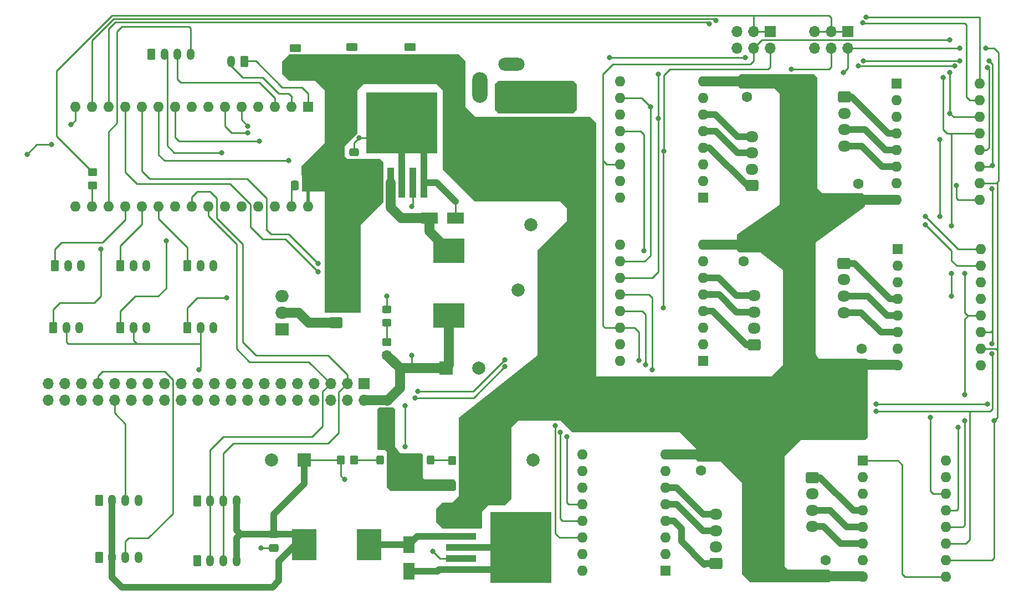
<source format=gbr>
%TF.GenerationSoftware,KiCad,Pcbnew,(6.0.7)*%
%TF.CreationDate,2023-04-18T19:04:57+08:00*%
%TF.ProjectId,stepper_with_DRV8825_controller_board_V3,73746570-7065-4725-9f77-6974685f4452,rev?*%
%TF.SameCoordinates,PX4a62f80PY848f8c0*%
%TF.FileFunction,Copper,L1,Top*%
%TF.FilePolarity,Positive*%
%FSLAX46Y46*%
G04 Gerber Fmt 4.6, Leading zero omitted, Abs format (unit mm)*
G04 Created by KiCad (PCBNEW (6.0.7)) date 2023-04-18 19:04:57*
%MOMM*%
%LPD*%
G01*
G04 APERTURE LIST*
G04 Aperture macros list*
%AMRoundRect*
0 Rectangle with rounded corners*
0 $1 Rounding radius*
0 $2 $3 $4 $5 $6 $7 $8 $9 X,Y pos of 4 corners*
0 Add a 4 corners polygon primitive as box body*
4,1,4,$2,$3,$4,$5,$6,$7,$8,$9,$2,$3,0*
0 Add four circle primitives for the rounded corners*
1,1,$1+$1,$2,$3*
1,1,$1+$1,$4,$5*
1,1,$1+$1,$6,$7*
1,1,$1+$1,$8,$9*
0 Add four rect primitives between the rounded corners*
20,1,$1+$1,$2,$3,$4,$5,0*
20,1,$1+$1,$4,$5,$6,$7,0*
20,1,$1+$1,$6,$7,$8,$9,0*
20,1,$1+$1,$8,$9,$2,$3,0*%
G04 Aperture macros list end*
%TA.AperFunction,SMDPad,CuDef*%
%ADD10RoundRect,0.250000X0.337500X0.475000X-0.337500X0.475000X-0.337500X-0.475000X0.337500X-0.475000X0*%
%TD*%
%TA.AperFunction,SMDPad,CuDef*%
%ADD11R,2.500000X1.800000*%
%TD*%
%TA.AperFunction,ComponentPad*%
%ADD12R,1.600000X1.600000*%
%TD*%
%TA.AperFunction,ComponentPad*%
%ADD13C,1.600000*%
%TD*%
%TA.AperFunction,ComponentPad*%
%ADD14R,2.000000X2.000000*%
%TD*%
%TA.AperFunction,ComponentPad*%
%ADD15C,2.000000*%
%TD*%
%TA.AperFunction,ComponentPad*%
%ADD16C,1.590000*%
%TD*%
%TA.AperFunction,SMDPad,CuDef*%
%ADD17RoundRect,0.250000X-0.450000X0.350000X-0.450000X-0.350000X0.450000X-0.350000X0.450000X0.350000X0*%
%TD*%
%TA.AperFunction,ComponentPad*%
%ADD18RoundRect,0.250000X-0.350000X-0.625000X0.350000X-0.625000X0.350000X0.625000X-0.350000X0.625000X0*%
%TD*%
%TA.AperFunction,ComponentPad*%
%ADD19O,1.200000X1.750000*%
%TD*%
%TA.AperFunction,SMDPad,CuDef*%
%ADD20RoundRect,0.250000X-0.450000X0.325000X-0.450000X-0.325000X0.450000X-0.325000X0.450000X0.325000X0*%
%TD*%
%TA.AperFunction,ComponentPad*%
%ADD21RoundRect,0.250000X-0.625000X0.350000X-0.625000X-0.350000X0.625000X-0.350000X0.625000X0.350000X0*%
%TD*%
%TA.AperFunction,ComponentPad*%
%ADD22O,1.750000X1.200000*%
%TD*%
%TA.AperFunction,ComponentPad*%
%ADD23O,1.600000X1.600000*%
%TD*%
%TA.AperFunction,ComponentPad*%
%ADD24O,4.000000X2.000000*%
%TD*%
%TA.AperFunction,ComponentPad*%
%ADD25O,2.350000X4.700000*%
%TD*%
%TA.AperFunction,ComponentPad*%
%ADD26RoundRect,0.250000X0.725000X-0.600000X0.725000X0.600000X-0.725000X0.600000X-0.725000X-0.600000X0*%
%TD*%
%TA.AperFunction,ComponentPad*%
%ADD27O,1.950000X1.700000*%
%TD*%
%TA.AperFunction,ComponentPad*%
%ADD28RoundRect,0.250000X0.750000X-0.600000X0.750000X0.600000X-0.750000X0.600000X-0.750000X-0.600000X0*%
%TD*%
%TA.AperFunction,ComponentPad*%
%ADD29O,2.000000X1.700000*%
%TD*%
%TA.AperFunction,SMDPad,CuDef*%
%ADD30R,3.800000X4.800000*%
%TD*%
%TA.AperFunction,SMDPad,CuDef*%
%ADD31RoundRect,0.250000X0.450000X-0.350000X0.450000X0.350000X-0.450000X0.350000X-0.450000X-0.350000X0*%
%TD*%
%TA.AperFunction,SMDPad,CuDef*%
%ADD32RoundRect,0.250000X-0.350000X-0.450000X0.350000X-0.450000X0.350000X0.450000X-0.350000X0.450000X0*%
%TD*%
%TA.AperFunction,SMDPad,CuDef*%
%ADD33RoundRect,0.250000X-0.475000X0.337500X-0.475000X-0.337500X0.475000X-0.337500X0.475000X0.337500X0*%
%TD*%
%TA.AperFunction,ComponentPad*%
%ADD34R,1.700000X1.700000*%
%TD*%
%TA.AperFunction,ComponentPad*%
%ADD35O,1.700000X1.700000*%
%TD*%
%TA.AperFunction,SMDPad,CuDef*%
%ADD36R,4.600000X1.100000*%
%TD*%
%TA.AperFunction,SMDPad,CuDef*%
%ADD37R,9.400000X10.800000*%
%TD*%
%TA.AperFunction,ComponentPad*%
%ADD38RoundRect,0.250000X-0.725000X0.600000X-0.725000X-0.600000X0.725000X-0.600000X0.725000X0.600000X0*%
%TD*%
%TA.AperFunction,SMDPad,CuDef*%
%ADD39RoundRect,0.250000X0.475000X-0.337500X0.475000X0.337500X-0.475000X0.337500X-0.475000X-0.337500X0*%
%TD*%
%TA.AperFunction,SMDPad,CuDef*%
%ADD40RoundRect,0.250000X0.350000X0.450000X-0.350000X0.450000X-0.350000X-0.450000X0.350000X-0.450000X0*%
%TD*%
%TA.AperFunction,SMDPad,CuDef*%
%ADD41R,4.800000X3.800000*%
%TD*%
%TA.AperFunction,SMDPad,CuDef*%
%ADD42RoundRect,0.250000X-0.325000X-0.450000X0.325000X-0.450000X0.325000X0.450000X-0.325000X0.450000X0*%
%TD*%
%TA.AperFunction,SMDPad,CuDef*%
%ADD43R,1.100000X4.600000*%
%TD*%
%TA.AperFunction,SMDPad,CuDef*%
%ADD44R,10.800000X9.400000*%
%TD*%
%TA.AperFunction,ComponentPad*%
%ADD45R,2.000000X1.905000*%
%TD*%
%TA.AperFunction,ComponentPad*%
%ADD46O,2.000000X1.905000*%
%TD*%
%TA.AperFunction,ComponentPad*%
%ADD47RoundRect,0.250000X0.350000X0.625000X-0.350000X0.625000X-0.350000X-0.625000X0.350000X-0.625000X0*%
%TD*%
%TA.AperFunction,SMDPad,CuDef*%
%ADD48R,1.800000X2.500000*%
%TD*%
%TA.AperFunction,SMDPad,CuDef*%
%ADD49RoundRect,0.250000X0.325000X0.450000X-0.325000X0.450000X-0.325000X-0.450000X0.325000X-0.450000X0*%
%TD*%
%TA.AperFunction,ViaPad*%
%ADD50C,0.800000*%
%TD*%
%TA.AperFunction,Conductor*%
%ADD51C,0.254000*%
%TD*%
%TA.AperFunction,Conductor*%
%ADD52C,1.000000*%
%TD*%
%TA.AperFunction,Conductor*%
%ADD53C,1.500000*%
%TD*%
%TA.AperFunction,Conductor*%
%ADD54C,0.500000*%
%TD*%
G04 APERTURE END LIST*
D10*
%TO.P,C10,1*%
%TO.N,/P30*%
X44000000Y63000000D03*
%TO.P,C10,2*%
%TO.N,GND*%
X41925000Y63000000D03*
%TD*%
D11*
%TO.P,D2,1,K*%
%TO.N,Net-(D2-Pad1)*%
X62500000Y58000000D03*
%TO.P,D2,2,A*%
%TO.N,GND*%
X66500000Y58000000D03*
%TD*%
D12*
%TO.P,C15,1*%
%TO.N,/P30*%
X128500000Y35534887D03*
D13*
%TO.P,C15,2*%
%TO.N,GND*%
X128500000Y38034887D03*
%TD*%
D14*
%TO.P,C6,1*%
%TO.N,/5V_pi*%
X65000000Y35000000D03*
D15*
%TO.P,C6,2*%
%TO.N,GND*%
X70000000Y35000000D03*
%TD*%
D16*
%TO.P,F1,1*%
%TO.N,Net-(F1-Pad1)*%
X83700000Y77550000D03*
%TO.P,F1,2*%
%TO.N,/P30*%
X82300000Y72450000D03*
%TD*%
D17*
%TO.P,R4,1*%
%TO.N,/P17*%
X11000000Y65000000D03*
%TO.P,R4,2*%
%TO.N,Net-(A1-Pad17)*%
X11000000Y63000000D03*
%TD*%
D18*
%TO.P,J18,1,Pin_1*%
%TO.N,/P20*%
X15250000Y50700000D03*
D19*
%TO.P,J18,2,Pin_2*%
%TO.N,GND*%
X17250000Y50700000D03*
%TO.P,J18,3,Pin_3*%
%TO.N,/P18*%
X19250000Y50700000D03*
%TD*%
D20*
%TO.P,D5,1,K*%
%TO.N,GND*%
X56000000Y44025000D03*
%TO.P,D5,2,A*%
%TO.N,Net-(D5-Pad2)*%
X56000000Y41975000D03*
%TD*%
D12*
%TO.P,C12,1*%
%TO.N,/P30*%
X110500000Y53855112D03*
D13*
%TO.P,C12,2*%
%TO.N,GND*%
X110500000Y51355112D03*
%TD*%
D21*
%TO.P,J2,1,Pin_1*%
%TO.N,GND*%
X42000000Y84000000D03*
D22*
%TO.P,J2,2,Pin_2*%
%TO.N,/P30*%
X42000000Y82000000D03*
%TD*%
D14*
%TO.P,C7,1*%
%TO.N,/5V_others*%
X43367677Y21000000D03*
D15*
%TO.P,C7,2*%
%TO.N,GND*%
X38367677Y21000000D03*
%TD*%
D23*
%TO.P,A1,30,VIN*%
%TO.N,/P30*%
X43940000Y59760000D03*
%TO.P,A1,29,GND*%
%TO.N,GND*%
X41400000Y59760000D03*
%TO.P,A1,28,~{RESET}*%
%TO.N,unconnected-(A1-Pad28)*%
X38860000Y59760000D03*
%TO.P,A1,27,+5V*%
%TO.N,/P27*%
X36320000Y59760000D03*
%TO.P,A1,26,A7*%
%TO.N,/P26*%
X33780000Y59760000D03*
%TO.P,A1,25,A6*%
%TO.N,/P25*%
X31240000Y59760000D03*
%TO.P,A1,24,A5*%
%TO.N,/P24*%
X28700000Y59760000D03*
%TO.P,A1,23,A4*%
%TO.N,/P23*%
X26160000Y59760000D03*
%TO.P,A1,22,A3*%
%TO.N,/P22*%
X23620000Y59760000D03*
%TO.P,A1,21,A2*%
%TO.N,/P21*%
X21080000Y59760000D03*
%TO.P,A1,20,A1*%
%TO.N,/P20*%
X18540000Y59760000D03*
%TO.P,A1,19,A0*%
%TO.N,/P19*%
X16000000Y59760000D03*
%TO.P,A1,18,AREF*%
%TO.N,/P18*%
X13460000Y59760000D03*
%TO.P,A1,17,3V3*%
%TO.N,Net-(A1-Pad17)*%
X10920000Y59760000D03*
%TO.P,A1,16,D13*%
%TO.N,/P16*%
X8380000Y59760000D03*
%TO.P,A1,15,D12*%
%TO.N,/P15*%
X8380000Y75000000D03*
%TO.P,A1,14,D11*%
%TO.N,/P14*%
X10920000Y75000000D03*
%TO.P,A1,13,D10*%
%TO.N,/P13*%
X13460000Y75000000D03*
%TO.P,A1,12,D9*%
%TO.N,/P12*%
X16000000Y75000000D03*
%TO.P,A1,11,D8*%
%TO.N,/P11*%
X18540000Y75000000D03*
%TO.P,A1,10,D7*%
%TO.N,/P10*%
X21080000Y75000000D03*
%TO.P,A1,9,D6*%
%TO.N,/P9*%
X23620000Y75000000D03*
%TO.P,A1,8,D5*%
%TO.N,/P8*%
X26160000Y75000000D03*
%TO.P,A1,7,D4*%
%TO.N,/P7*%
X28700000Y75000000D03*
%TO.P,A1,6,D3*%
%TO.N,/P6*%
X31240000Y75000000D03*
%TO.P,A1,5,D2*%
%TO.N,/P5*%
X33780000Y75000000D03*
%TO.P,A1,4,GND*%
%TO.N,GND*%
X36320000Y75000000D03*
%TO.P,A1,3,~{RESET}*%
%TO.N,/P3*%
X38860000Y75000000D03*
%TO.P,A1,2,D0/RX*%
%TO.N,/P2*%
X41400000Y75000000D03*
D12*
%TO.P,A1,1,D1/TX*%
%TO.N,/P1*%
X43940000Y75000000D03*
%TD*%
%TO.P,A7,1,GND*%
%TO.N,GND*%
X128660000Y20890000D03*
D23*
%TO.P,A7,2,~{FLT}*%
%TO.N,unconnected-(A7-Pad2)*%
X128660000Y18350000D03*
%TO.P,A7,3,A2*%
%TO.N,/M62*%
X128660000Y15810000D03*
%TO.P,A7,4,A1*%
%TO.N,/M61*%
X128660000Y13270000D03*
%TO.P,A7,5,B1*%
%TO.N,/M63*%
X128660000Y10730000D03*
%TO.P,A7,6,B2*%
%TO.N,/M64*%
X128660000Y8190000D03*
%TO.P,A7,7,GND*%
%TO.N,GND*%
X128660000Y5650000D03*
%TO.P,A7,8,VMOT*%
%TO.N,/P30*%
X128660000Y3110000D03*
%TO.P,A7,9,~{EN}*%
%TO.N,GND*%
X141360000Y3110000D03*
%TO.P,A7,10,M0*%
%TO.N,/MC0*%
X141360000Y5650000D03*
%TO.P,A7,11,M1*%
%TO.N,/MC1*%
X141360000Y8190000D03*
%TO.P,A7,12,M2*%
%TO.N,/MC2*%
X141360000Y10730000D03*
%TO.P,A7,13,~{RST}*%
%TO.N,/MC_RST*%
X141360000Y13270000D03*
%TO.P,A7,14,~{SLP}*%
%TO.N,/MC_SLP*%
X141360000Y15810000D03*
%TO.P,A7,15,STEP*%
%TO.N,/P15*%
X141360000Y18350000D03*
%TO.P,A7,16,DIR*%
%TO.N,/P16*%
X141360000Y20890000D03*
%TD*%
D24*
%TO.P,J1,1*%
%TO.N,Net-(F1-Pad1)*%
X75000000Y75500000D03*
D25*
%TO.P,J1,2*%
%TO.N,GND*%
X70200000Y78000000D03*
D24*
%TO.P,J1,3*%
X75000000Y81500000D03*
%TD*%
D12*
%TO.P,C13,1*%
%TO.N,/P30*%
X104000000Y21850000D03*
D13*
%TO.P,C13,2*%
%TO.N,GND*%
X104000000Y19350000D03*
%TD*%
D18*
%TO.P,J13,1,Pin_1*%
%TO.N,GND*%
X12000000Y6100000D03*
D19*
%TO.P,J13,2,Pin_2*%
%TO.N,/5V_others*%
X14000000Y6100000D03*
%TO.P,J13,3,Pin_3*%
%TO.N,/P33*%
X16000000Y6100000D03*
%TO.P,J13,4,Pin_4*%
%TO.N,unconnected-(J13-Pad4)*%
X18000000Y6100000D03*
%TD*%
D18*
%TO.P,J6,1,Pin_1*%
%TO.N,GND*%
X27000000Y5550000D03*
D19*
%TO.P,J6,2,Pin_2*%
%TO.N,/P24*%
X29000000Y5550000D03*
%TO.P,J6,3,Pin_3*%
%TO.N,/P23*%
X31000000Y5550000D03*
%TO.P,J6,4,Pin_4*%
%TO.N,/5V_others*%
X33000000Y5550000D03*
%TD*%
D26*
%TO.P,J15,1,Pin_1*%
%TO.N,/M11*%
X111775000Y62950000D03*
D27*
%TO.P,J15,2,Pin_2*%
%TO.N,/M12*%
X111775000Y65450000D03*
%TO.P,J15,3,Pin_3*%
%TO.N,/M13*%
X111775000Y67950000D03*
%TO.P,J15,4,Pin_4*%
%TO.N,/M14*%
X111775000Y70450000D03*
%TD*%
D12*
%TO.P,C14,1*%
%TO.N,/P30*%
X128000000Y60734887D03*
D13*
%TO.P,C14,2*%
%TO.N,GND*%
X128000000Y63234887D03*
%TD*%
D28*
%TO.P,J11,1,Pin_1*%
%TO.N,Net-(J11-Pad1)*%
X48185000Y42005000D03*
D29*
%TO.P,J11,2,Pin_2*%
%TO.N,/P30*%
X48185000Y44505000D03*
%TD*%
D30*
%TO.P,L2,1*%
%TO.N,Net-(D3-Pad1)*%
X53280177Y8000000D03*
%TO.P,L2,2*%
%TO.N,/5V_others*%
X43380177Y8000000D03*
%TD*%
D14*
%TO.P,C1,1*%
%TO.N,/P30*%
X81000000Y47000000D03*
D15*
%TO.P,C1,2*%
%TO.N,GND*%
X76000000Y47000000D03*
%TD*%
D18*
%TO.P,J8,1,Pin_1*%
%TO.N,GND*%
X20000000Y83000000D03*
D19*
%TO.P,J8,2,Pin_2*%
%TO.N,/P27*%
X22000000Y83000000D03*
%TO.P,J8,3,Pin_3*%
%TO.N,/P3*%
X24000000Y83000000D03*
%TO.P,J8,4,Pin_4*%
%TO.N,/P18*%
X26000000Y83000000D03*
%TD*%
D14*
%TO.P,C5,1*%
%TO.N,/P30*%
X78000000Y62000000D03*
D15*
%TO.P,C5,2*%
%TO.N,GND*%
X78000000Y57000000D03*
%TD*%
D12*
%TO.P,A3,1,GND*%
%TO.N,GND*%
X104340000Y36110000D03*
D23*
%TO.P,A3,2,~{FLT}*%
%TO.N,unconnected-(A3-Pad2)*%
X104340000Y38650000D03*
%TO.P,A3,3,A2*%
%TO.N,/M42*%
X104340000Y41190000D03*
%TO.P,A3,4,A1*%
%TO.N,/M41*%
X104340000Y43730000D03*
%TO.P,A3,5,B1*%
%TO.N,/M43*%
X104340000Y46270000D03*
%TO.P,A3,6,B2*%
%TO.N,/M44*%
X104340000Y48810000D03*
%TO.P,A3,7,GND*%
%TO.N,GND*%
X104340000Y51350000D03*
%TO.P,A3,8,VMOT*%
%TO.N,/P30*%
X104340000Y53890000D03*
%TO.P,A3,9,~{EN}*%
%TO.N,GND*%
X91640000Y53890000D03*
%TO.P,A3,10,M0*%
%TO.N,/MC0*%
X91640000Y51350000D03*
%TO.P,A3,11,M1*%
%TO.N,/MC1*%
X91640000Y48810000D03*
%TO.P,A3,12,M2*%
%TO.N,/MC2*%
X91640000Y46270000D03*
%TO.P,A3,13,~{RST}*%
%TO.N,/MC_RST*%
X91640000Y43730000D03*
%TO.P,A3,14,~{SLP}*%
%TO.N,/MC_SLP*%
X91640000Y41190000D03*
%TO.P,A3,15,STEP*%
%TO.N,/P11*%
X91640000Y38650000D03*
%TO.P,A3,16,DIR*%
%TO.N,/P12*%
X91640000Y36110000D03*
%TD*%
D31*
%TO.P,R3,1*%
%TO.N,/5V_pi*%
X56000000Y37000000D03*
%TO.P,R3,2*%
%TO.N,Net-(D5-Pad2)*%
X56000000Y39000000D03*
%TD*%
D32*
%TO.P,R2,1*%
%TO.N,/5V_others*%
X48955177Y21000000D03*
%TO.P,R2,2*%
%TO.N,Net-(D4-Pad2)*%
X50955177Y21000000D03*
%TD*%
D33*
%TO.P,C8,1*%
%TO.N,/5V_pi*%
X56055000Y30075000D03*
%TO.P,C8,2*%
%TO.N,GND*%
X56055000Y28000000D03*
%TD*%
D18*
%TO.P,J19,1,Pin_1*%
%TO.N,/P21*%
X25500000Y50700000D03*
D19*
%TO.P,J19,2,Pin_2*%
%TO.N,GND*%
X27500000Y50700000D03*
%TO.P,J19,3,Pin_3*%
%TO.N,/P18*%
X29500000Y50700000D03*
%TD*%
D34*
%TO.P,J10,1,Pin_1*%
%TO.N,/P17*%
X114580000Y86500000D03*
D35*
%TO.P,J10,2,Pin_2*%
%TO.N,/MC_RST*%
X114580000Y83960000D03*
%TO.P,J10,3,Pin_3*%
%TO.N,/P17*%
X112040000Y86500000D03*
%TO.P,J10,4,Pin_4*%
%TO.N,/MC_SLP*%
X112040000Y83960000D03*
%TO.P,J10,5,Pin_5*%
%TO.N,GND*%
X109500000Y86500000D03*
%TO.P,J10,6,Pin_6*%
X109500000Y83960000D03*
%TD*%
D36*
%TO.P,U2,1,VIN*%
%TO.N,/P30*%
X67330177Y11000000D03*
%TO.P,U2,2,OUT*%
%TO.N,Net-(D3-Pad1)*%
X67330177Y9300000D03*
D37*
%TO.P,U2,3,GND*%
%TO.N,GND*%
X76480177Y7600000D03*
D36*
X67330177Y7600000D03*
%TO.P,U2,4,FB*%
%TO.N,/5V_others*%
X67330177Y5900000D03*
%TO.P,U2,5,~{ON}/OFF*%
%TO.N,GND*%
X67330177Y4200000D03*
%TD*%
D18*
%TO.P,J5,1,Pin_1*%
%TO.N,GND*%
X27000000Y14750000D03*
D19*
%TO.P,J5,2,Pin_2*%
%TO.N,/P24*%
X29000000Y14750000D03*
%TO.P,J5,3,Pin_3*%
%TO.N,/P23*%
X31000000Y14750000D03*
%TO.P,J5,4,Pin_4*%
%TO.N,/5V_others*%
X33000000Y14750000D03*
%TD*%
D38*
%TO.P,J21,1,Pin_1*%
%TO.N,/M51*%
X125915000Y76490000D03*
D27*
%TO.P,J21,2,Pin_2*%
%TO.N,/M52*%
X125915000Y73990000D03*
%TO.P,J21,3,Pin_3*%
%TO.N,/M53*%
X125915000Y71490000D03*
%TO.P,J21,4,Pin_4*%
%TO.N,/M54*%
X125915000Y68990000D03*
%TD*%
D39*
%TO.P,C3,1*%
%TO.N,/P30*%
X51000000Y65962500D03*
%TO.P,C3,2*%
%TO.N,GND*%
X51000000Y68037500D03*
%TD*%
D40*
%TO.P,R1,1*%
%TO.N,/P30*%
X68000000Y20900000D03*
%TO.P,R1,2*%
%TO.N,Net-(D1-Pad2)*%
X66000000Y20900000D03*
%TD*%
D38*
%TO.P,J25,1,Pin_1*%
%TO.N,/M31*%
X125790000Y51040000D03*
D27*
%TO.P,J25,2,Pin_2*%
%TO.N,/M32*%
X125790000Y48540000D03*
%TO.P,J25,3,Pin_3*%
%TO.N,/M33*%
X125790000Y46040000D03*
%TO.P,J25,4,Pin_4*%
%TO.N,/M34*%
X125790000Y43540000D03*
%TD*%
D41*
%TO.P,L1,1*%
%TO.N,Net-(D2-Pad1)*%
X65480177Y52950000D03*
%TO.P,L1,2*%
%TO.N,/5V_pi*%
X65480177Y43050000D03*
%TD*%
D38*
%TO.P,J26,1,Pin_1*%
%TO.N,/M61*%
X121000000Y18295113D03*
D27*
%TO.P,J26,2,Pin_2*%
%TO.N,/M62*%
X121000000Y15795113D03*
%TO.P,J26,3,Pin_3*%
%TO.N,/M63*%
X121000000Y13295113D03*
%TO.P,J26,4,Pin_4*%
%TO.N,/M64*%
X121000000Y10795113D03*
%TD*%
D14*
%TO.P,C2,1*%
%TO.N,/P30*%
X73330177Y21000000D03*
D15*
%TO.P,C2,2*%
%TO.N,GND*%
X78330177Y21000000D03*
%TD*%
D42*
%TO.P,D1,1,K*%
%TO.N,GND*%
X60575000Y21000000D03*
%TO.P,D1,2,A*%
%TO.N,Net-(D1-Pad2)*%
X62625000Y21000000D03*
%TD*%
D18*
%TO.P,J12,1,Pin_1*%
%TO.N,GND*%
X12000000Y14800000D03*
D19*
%TO.P,J12,2,Pin_2*%
%TO.N,/5V_others*%
X14000000Y14800000D03*
%TO.P,J12,3,Pin_3*%
%TO.N,/P32*%
X16000000Y14800000D03*
%TO.P,J12,4,Pin_4*%
%TO.N,unconnected-(J12-Pad4)*%
X18000000Y14800000D03*
%TD*%
D26*
%TO.P,J16,1,Pin_1*%
%TO.N,/M41*%
X112075000Y38600000D03*
D27*
%TO.P,J16,2,Pin_2*%
%TO.N,/M42*%
X112075000Y41100000D03*
%TO.P,J16,3,Pin_3*%
%TO.N,/M43*%
X112075000Y43600000D03*
%TO.P,J16,4,Pin_4*%
%TO.N,/M44*%
X112075000Y46100000D03*
%TD*%
D34*
%TO.P,J14,1,Pin_1*%
%TO.N,unconnected-(J14-Pad1)*%
X52465000Y32675000D03*
D35*
%TO.P,J14,2,Pin_2*%
%TO.N,/5V_pi*%
X52465000Y30135000D03*
%TO.P,J14,3,Pin_3*%
%TO.N,/P23*%
X49925000Y32675000D03*
%TO.P,J14,4,Pin_4*%
%TO.N,unconnected-(J14-Pad4)*%
X49925000Y30135000D03*
%TO.P,J14,5,Pin_5*%
%TO.N,/P24*%
X47385000Y32675000D03*
%TO.P,J14,6,Pin_6*%
%TO.N,GND*%
X47385000Y30135000D03*
%TO.P,J14,7,Pin_7*%
%TO.N,unconnected-(J14-Pad7)*%
X44845000Y32675000D03*
%TO.P,J14,8,Pin_8*%
%TO.N,unconnected-(J14-Pad8)*%
X44845000Y30135000D03*
%TO.P,J14,9,Pin_9*%
%TO.N,GND*%
X42305000Y32675000D03*
%TO.P,J14,10,Pin_10*%
%TO.N,unconnected-(J14-Pad10)*%
X42305000Y30135000D03*
%TO.P,J14,11,Pin_11*%
%TO.N,unconnected-(J14-Pad11)*%
X39765000Y32675000D03*
%TO.P,J14,12,Pin_12*%
%TO.N,unconnected-(J14-Pad12)*%
X39765000Y30135000D03*
%TO.P,J14,13,Pin_13*%
%TO.N,unconnected-(J14-Pad13)*%
X37225000Y32675000D03*
%TO.P,J14,14,Pin_14*%
%TO.N,unconnected-(J14-Pad14)*%
X37225000Y30135000D03*
%TO.P,J14,15,Pin_15*%
%TO.N,unconnected-(J14-Pad15)*%
X34685000Y32675000D03*
%TO.P,J14,16,Pin_16*%
%TO.N,unconnected-(J14-Pad16)*%
X34685000Y30135000D03*
%TO.P,J14,17,Pin_17*%
%TO.N,unconnected-(J14-Pad17)*%
X32145000Y32675000D03*
%TO.P,J14,18,Pin_18*%
%TO.N,unconnected-(J14-Pad18)*%
X32145000Y30135000D03*
%TO.P,J14,19,Pin_19*%
%TO.N,unconnected-(J14-Pad19)*%
X29605000Y32675000D03*
%TO.P,J14,20,Pin_20*%
%TO.N,GND*%
X29605000Y30135000D03*
%TO.P,J14,21,Pin_21*%
%TO.N,unconnected-(J14-Pad21)*%
X27065000Y32675000D03*
%TO.P,J14,22,Pin_22*%
%TO.N,unconnected-(J14-Pad22)*%
X27065000Y30135000D03*
%TO.P,J14,23,Pin_23*%
%TO.N,unconnected-(J14-Pad23)*%
X24525000Y32675000D03*
%TO.P,J14,24,Pin_24*%
%TO.N,unconnected-(J14-Pad24)*%
X24525000Y30135000D03*
%TO.P,J14,25,Pin_25*%
%TO.N,GND*%
X21985000Y32675000D03*
%TO.P,J14,26,Pin_26*%
%TO.N,unconnected-(J14-Pad26)*%
X21985000Y30135000D03*
%TO.P,J14,27,Pin_27*%
%TO.N,unconnected-(J14-Pad27)*%
X19445000Y32675000D03*
%TO.P,J14,28,Pin_28*%
%TO.N,unconnected-(J14-Pad28)*%
X19445000Y30135000D03*
%TO.P,J14,29,Pin_29*%
%TO.N,unconnected-(J14-Pad29)*%
X16905000Y32675000D03*
%TO.P,J14,30,Pin_30*%
%TO.N,GND*%
X16905000Y30135000D03*
%TO.P,J14,31,Pin_31*%
%TO.N,unconnected-(J14-Pad31)*%
X14365000Y32675000D03*
%TO.P,J14,32,Pin_32*%
%TO.N,/P32*%
X14365000Y30135000D03*
%TO.P,J14,33,Pin_33*%
%TO.N,/P33*%
X11825000Y32675000D03*
%TO.P,J14,34,Pin_34*%
%TO.N,GND*%
X11825000Y30135000D03*
%TO.P,J14,35,Pin_35*%
%TO.N,unconnected-(J14-Pad35)*%
X9285000Y32675000D03*
%TO.P,J14,36,Pin_36*%
%TO.N,unconnected-(J14-Pad36)*%
X9285000Y30135000D03*
%TO.P,J14,37,Pin_37*%
%TO.N,/P37*%
X6745000Y32675000D03*
%TO.P,J14,38,Pin_38*%
%TO.N,unconnected-(J14-Pad38)*%
X6745000Y30135000D03*
%TO.P,J14,39,Pin_39*%
%TO.N,GND*%
X4205000Y32675000D03*
%TO.P,J14,40,Pin_40*%
%TO.N,unconnected-(J14-Pad40)*%
X4205000Y30135000D03*
%TD*%
D10*
%TO.P,C4,1*%
%TO.N,/P30*%
X68000000Y17000000D03*
%TO.P,C4,2*%
%TO.N,GND*%
X65925000Y17000000D03*
%TD*%
D43*
%TO.P,U1,1,VIN*%
%TO.N,/P30*%
X54825000Y63425000D03*
%TO.P,U1,2,OUT*%
%TO.N,Net-(D2-Pad1)*%
X56525000Y63425000D03*
%TO.P,U1,3,GND*%
%TO.N,GND*%
X58225000Y63425000D03*
D44*
X58225000Y72575000D03*
D43*
%TO.P,U1,4,FB*%
%TO.N,/5V_pi*%
X59925000Y63425000D03*
%TO.P,U1,5,~{ON}/OFF*%
%TO.N,GND*%
X61625000Y63425000D03*
%TD*%
D21*
%TO.P,J3,1,Pin_1*%
%TO.N,GND*%
X50600000Y84100000D03*
D22*
%TO.P,J3,2,Pin_2*%
%TO.N,/P30*%
X50600000Y82100000D03*
%TD*%
D18*
%TO.P,J17,1,Pin_1*%
%TO.N,/P19*%
X5250000Y50700000D03*
D19*
%TO.P,J17,2,Pin_2*%
%TO.N,GND*%
X7250000Y50700000D03*
%TO.P,J17,3,Pin_3*%
%TO.N,/P18*%
X9250000Y50700000D03*
%TD*%
D12*
%TO.P,C11,1*%
%TO.N,/P30*%
X111000000Y79000000D03*
D13*
%TO.P,C11,2*%
%TO.N,GND*%
X111000000Y76500000D03*
%TD*%
D45*
%TO.P,Q1,1,B*%
%TO.N,/P37*%
X40000000Y40920000D03*
D46*
%TO.P,Q1,2,C*%
%TO.N,Net-(J11-Pad1)*%
X40000000Y43460000D03*
%TO.P,Q1,3,E*%
%TO.N,GND*%
X40000000Y46000000D03*
%TD*%
D18*
%TO.P,J22,1,Pin_1*%
%TO.N,/P22*%
X5000000Y41250000D03*
D19*
%TO.P,J22,2,Pin_2*%
%TO.N,GND*%
X7000000Y41250000D03*
%TO.P,J22,3,Pin_3*%
%TO.N,/P18*%
X9000000Y41250000D03*
%TD*%
D47*
%TO.P,J7,1,Pin_1*%
%TO.N,/P1*%
X34200000Y81950000D03*
D19*
%TO.P,J7,2,Pin_2*%
%TO.N,/P2*%
X32200000Y81950000D03*
%TD*%
D33*
%TO.P,C9,1*%
%TO.N,/5V_others*%
X38669823Y9625000D03*
%TO.P,C9,2*%
%TO.N,GND*%
X38669823Y7550000D03*
%TD*%
D12*
%TO.P,A6,1,GND*%
%TO.N,GND*%
X134075000Y53230000D03*
D23*
%TO.P,A6,2,~{FLT}*%
%TO.N,unconnected-(A6-Pad2)*%
X134075000Y50690000D03*
%TO.P,A6,3,A2*%
%TO.N,/M32*%
X134075000Y48150000D03*
%TO.P,A6,4,A1*%
%TO.N,/M31*%
X134075000Y45610000D03*
%TO.P,A6,5,B1*%
%TO.N,/M33*%
X134075000Y43070000D03*
%TO.P,A6,6,B2*%
%TO.N,/M34*%
X134075000Y40530000D03*
%TO.P,A6,7,GND*%
%TO.N,GND*%
X134075000Y37990000D03*
%TO.P,A6,8,VMOT*%
%TO.N,/P30*%
X134075000Y35450000D03*
%TO.P,A6,9,~{EN}*%
%TO.N,GND*%
X146775000Y35450000D03*
%TO.P,A6,10,M0*%
%TO.N,/MC0*%
X146775000Y37990000D03*
%TO.P,A6,11,M1*%
%TO.N,/MC1*%
X146775000Y40530000D03*
%TO.P,A6,12,M2*%
%TO.N,/MC2*%
X146775000Y43070000D03*
%TO.P,A6,13,~{RST}*%
%TO.N,/MC_RST*%
X146775000Y45610000D03*
%TO.P,A6,14,~{SLP}*%
%TO.N,/MC_SLP*%
X146775000Y48150000D03*
%TO.P,A6,15,STEP*%
%TO.N,/P9*%
X146775000Y50690000D03*
%TO.P,A6,16,DIR*%
%TO.N,/P10*%
X146775000Y53230000D03*
%TD*%
D18*
%TO.P,J24,1,Pin_1*%
%TO.N,/P26*%
X25500000Y41250000D03*
D19*
%TO.P,J24,2,Pin_2*%
%TO.N,GND*%
X27500000Y41250000D03*
%TO.P,J24,3,Pin_3*%
%TO.N,/P18*%
X29500000Y41250000D03*
%TD*%
D48*
%TO.P,D3,1,K*%
%TO.N,Net-(D3-Pad1)*%
X59330177Y8000000D03*
%TO.P,D3,2,A*%
%TO.N,GND*%
X59330177Y4000000D03*
%TD*%
D12*
%TO.P,A5,1,GND*%
%TO.N,GND*%
X133875000Y78530000D03*
D23*
%TO.P,A5,2,~{FLT}*%
%TO.N,unconnected-(A5-Pad2)*%
X133875000Y75990000D03*
%TO.P,A5,3,A2*%
%TO.N,/M52*%
X133875000Y73450000D03*
%TO.P,A5,4,A1*%
%TO.N,/M51*%
X133875000Y70910000D03*
%TO.P,A5,5,B1*%
%TO.N,/M53*%
X133875000Y68370000D03*
%TO.P,A5,6,B2*%
%TO.N,/M54*%
X133875000Y65830000D03*
%TO.P,A5,7,GND*%
%TO.N,GND*%
X133875000Y63290000D03*
%TO.P,A5,8,VMOT*%
%TO.N,/P30*%
X133875000Y60750000D03*
%TO.P,A5,9,~{EN}*%
%TO.N,GND*%
X146575000Y60750000D03*
%TO.P,A5,10,M0*%
%TO.N,/MC0*%
X146575000Y63290000D03*
%TO.P,A5,11,M1*%
%TO.N,/MC1*%
X146575000Y65830000D03*
%TO.P,A5,12,M2*%
%TO.N,/MC2*%
X146575000Y68370000D03*
%TO.P,A5,13,~{RST}*%
%TO.N,/MC_RST*%
X146575000Y70910000D03*
%TO.P,A5,14,~{SLP}*%
%TO.N,/MC_SLP*%
X146575000Y73450000D03*
%TO.P,A5,15,STEP*%
%TO.N,/P13*%
X146575000Y75990000D03*
%TO.P,A5,16,DIR*%
%TO.N,/P14*%
X146575000Y78530000D03*
%TD*%
D12*
%TO.P,A2,1,GND*%
%TO.N,GND*%
X104340000Y61110000D03*
D23*
%TO.P,A2,2,~{FLT}*%
%TO.N,unconnected-(A2-Pad2)*%
X104340000Y63650000D03*
%TO.P,A2,3,A2*%
%TO.N,/M12*%
X104340000Y66190000D03*
%TO.P,A2,4,A1*%
%TO.N,/M11*%
X104340000Y68730000D03*
%TO.P,A2,5,B1*%
%TO.N,/M13*%
X104340000Y71270000D03*
%TO.P,A2,6,B2*%
%TO.N,/M14*%
X104340000Y73810000D03*
%TO.P,A2,7,GND*%
%TO.N,GND*%
X104340000Y76350000D03*
%TO.P,A2,8,VMOT*%
%TO.N,/P30*%
X104340000Y78890000D03*
%TO.P,A2,9,~{EN}*%
%TO.N,GND*%
X91640000Y78890000D03*
%TO.P,A2,10,M0*%
%TO.N,/MC0*%
X91640000Y76350000D03*
%TO.P,A2,11,M1*%
%TO.N,/MC1*%
X91640000Y73810000D03*
%TO.P,A2,12,M2*%
%TO.N,/MC2*%
X91640000Y71270000D03*
%TO.P,A2,13,~{RST}*%
%TO.N,/MC_RST*%
X91640000Y68730000D03*
%TO.P,A2,14,~{SLP}*%
%TO.N,/MC_SLP*%
X91640000Y66190000D03*
%TO.P,A2,15,STEP*%
%TO.N,/P5*%
X91640000Y63650000D03*
%TO.P,A2,16,DIR*%
%TO.N,/P6*%
X91640000Y61110000D03*
%TD*%
D18*
%TO.P,J23,1,Pin_1*%
%TO.N,/P25*%
X15250000Y41250000D03*
D19*
%TO.P,J23,2,Pin_2*%
%TO.N,GND*%
X17250000Y41250000D03*
%TO.P,J23,3,Pin_3*%
%TO.N,/P18*%
X19250000Y41250000D03*
%TD*%
D34*
%TO.P,J9,1,Pin_1*%
%TO.N,/P17*%
X126380000Y86500000D03*
D35*
%TO.P,J9,2,Pin_2*%
%TO.N,/MC0*%
X126380000Y83960000D03*
%TO.P,J9,3,Pin_3*%
%TO.N,/P17*%
X123840000Y86500000D03*
%TO.P,J9,4,Pin_4*%
%TO.N,/MC1*%
X123840000Y83960000D03*
%TO.P,J9,5,Pin_5*%
%TO.N,/P17*%
X121300000Y86500000D03*
%TO.P,J9,6,Pin_6*%
%TO.N,/MC2*%
X121300000Y83960000D03*
%TD*%
D49*
%TO.P,D4,1,K*%
%TO.N,GND*%
X57005177Y21000000D03*
%TO.P,D4,2,A*%
%TO.N,Net-(D4-Pad2)*%
X54955177Y21000000D03*
%TD*%
D12*
%TO.P,A4,1,GND*%
%TO.N,GND*%
X98585000Y4060000D03*
D23*
%TO.P,A4,2,~{FLT}*%
%TO.N,unconnected-(A4-Pad2)*%
X98585000Y6600000D03*
%TO.P,A4,3,A2*%
%TO.N,/M22*%
X98585000Y9140000D03*
%TO.P,A4,4,A1*%
%TO.N,/M21*%
X98585000Y11680000D03*
%TO.P,A4,5,B1*%
%TO.N,/M23*%
X98585000Y14220000D03*
%TO.P,A4,6,B2*%
%TO.N,/M24*%
X98585000Y16760000D03*
%TO.P,A4,7,GND*%
%TO.N,GND*%
X98585000Y19300000D03*
%TO.P,A4,8,VMOT*%
%TO.N,/P30*%
X98585000Y21840000D03*
%TO.P,A4,9,~{EN}*%
%TO.N,GND*%
X85885000Y21840000D03*
%TO.P,A4,10,M0*%
%TO.N,/MC0*%
X85885000Y19300000D03*
%TO.P,A4,11,M1*%
%TO.N,/MC1*%
X85885000Y16760000D03*
%TO.P,A4,12,M2*%
%TO.N,/MC2*%
X85885000Y14220000D03*
%TO.P,A4,13,~{RST}*%
%TO.N,/MC_RST*%
X85885000Y11680000D03*
%TO.P,A4,14,~{SLP}*%
%TO.N,/MC_SLP*%
X85885000Y9140000D03*
%TO.P,A4,15,STEP*%
%TO.N,/P7*%
X85885000Y6600000D03*
%TO.P,A4,16,DIR*%
%TO.N,/P8*%
X85885000Y4060000D03*
%TD*%
D21*
%TO.P,J4,1,Pin_1*%
%TO.N,GND*%
X59550000Y84100000D03*
D22*
%TO.P,J4,2,Pin_2*%
%TO.N,/P30*%
X59550000Y82100000D03*
%TD*%
D12*
%TO.P,C16,1*%
%TO.N,/P30*%
X123000000Y3184887D03*
D13*
%TO.P,C16,2*%
%TO.N,GND*%
X123000000Y5684887D03*
%TD*%
D26*
%TO.P,J20,1,Pin_1*%
%TO.N,/M21*%
X106245000Y5150000D03*
D27*
%TO.P,J20,2,Pin_2*%
%TO.N,/M22*%
X106245000Y7650000D03*
%TO.P,J20,3,Pin_3*%
%TO.N,/M23*%
X106245000Y10150000D03*
%TO.P,J20,4,Pin_4*%
%TO.N,/M24*%
X106245000Y12650000D03*
%TD*%
D50*
%TO.N,/P13*%
X128687895Y87858986D03*
%TO.N,/P14*%
X129250000Y88750000D03*
%TO.N,/MC1*%
X148469500Y37209500D03*
X148469500Y38770500D03*
X148469500Y62500000D03*
%TO.N,/MC0*%
X148750000Y27000000D03*
%TO.N,/MC1*%
X148500000Y66000000D03*
%TO.N,/MC0*%
X147500000Y84000000D03*
%TO.N,/MC2*%
X147715474Y80985647D03*
%TO.N,/MC1*%
X148000000Y82000000D03*
%TO.N,/MC_SLP*%
X142000000Y74000000D03*
X142000000Y80250000D03*
%TO.N,/P27*%
X30750000Y68000000D03*
%TO.N,/MC1*%
X97500000Y80000000D03*
%TO.N,/MC2*%
X110750000Y82500000D03*
X90000000Y82500000D03*
X95250000Y53000000D03*
%TO.N,GND*%
X27250000Y34750000D03*
X143030500Y63000000D03*
%TO.N,/MC1*%
X97500000Y73250000D03*
%TO.N,/MC_RST*%
X98280500Y68250000D03*
X98250000Y44250000D03*
%TO.N,/MC2*%
X83500000Y24500000D03*
%TO.N,/MC_RST*%
X82500000Y25250000D03*
%TO.N,/MC_SLP*%
X94500000Y36250000D03*
X81719500Y26250000D03*
%TO.N,/MC_RST*%
X95500000Y35500000D03*
%TO.N,/MC2*%
X96500000Y34750000D03*
%TO.N,/MC_SLP*%
X140500000Y70000000D03*
X140500000Y58250000D03*
%TO.N,/MC_RST*%
X142250000Y49500000D03*
X142250000Y46000000D03*
X142250000Y56750000D03*
%TO.N,/MC_SLP*%
X139000000Y27500000D03*
%TO.N,/MC_RST*%
X143250000Y26000000D03*
%TO.N,/MC2*%
X144250000Y27000000D03*
X144250000Y31000000D03*
%TO.N,/MC_SLP*%
X142000000Y85250000D03*
%TO.N,/MC_RST*%
X141000000Y79500000D03*
%TO.N,GND*%
X61750000Y4000000D03*
X51750000Y70250000D03*
X60750000Y19500000D03*
X56000000Y46000000D03*
X36750000Y7500000D03*
X66500000Y60500000D03*
X56250000Y23000000D03*
X63750000Y4000000D03*
X56250000Y26500000D03*
X64000000Y17000000D03*
%TO.N,/P5*%
X34750000Y72053503D03*
%TO.N,/P6*%
X34750000Y71000000D03*
%TO.N,/P7*%
X58750000Y23000000D03*
X58750000Y29250000D03*
%TO.N,/P9*%
X138250000Y57000000D03*
X36500000Y69750000D03*
%TO.N,/P10*%
X138250000Y58250000D03*
X41000000Y66750000D03*
%TO.N,/P11*%
X60750000Y31500000D03*
X73974854Y36328649D03*
X45500000Y51000000D03*
%TO.N,/P12*%
X60250000Y30500000D03*
X74000000Y35250000D03*
X45500000Y49750000D03*
%TO.N,/P13*%
X105224549Y87711500D03*
%TO.N,/P14*%
X106250000Y88219500D03*
%TO.N,/P15*%
X1000000Y67750000D03*
X7750000Y72250000D03*
X4750000Y69250000D03*
%TO.N,/P22*%
X12250000Y53250000D03*
%TO.N,/P25*%
X22250000Y54500000D03*
%TO.N,/P26*%
X31500000Y45750000D03*
%TO.N,/MC0*%
X96250000Y75000000D03*
X147750000Y29500000D03*
X130750000Y29500000D03*
X143500000Y84000000D03*
X125750000Y80250000D03*
%TO.N,/MC1*%
X130750000Y28446497D03*
X143500000Y82000000D03*
X117750000Y80750000D03*
X128750000Y82000000D03*
%TO.N,/MC2*%
X128000000Y81219500D03*
X142750000Y81219500D03*
X144250000Y49500000D03*
%TO.N,/5V_pi*%
X59750000Y59750000D03*
X59750000Y37000000D03*
%TO.N,/5V_others*%
X63000000Y7000000D03*
X49500000Y18000000D03*
%TD*%
D51*
%TO.N,/P17*%
X112040000Y86500000D02*
X112040000Y88960000D01*
X112040000Y88960000D02*
X112000000Y89000000D01*
X112000000Y89000000D02*
X123500000Y89000000D01*
X14000000Y89000000D02*
X112000000Y89000000D01*
%TO.N,/P13*%
X144250000Y87750000D02*
X144500000Y87500000D01*
X128796881Y87750000D02*
X144250000Y87750000D01*
X128687895Y87858986D02*
X128796881Y87750000D01*
%TO.N,/P14*%
X146500000Y88750000D02*
X146575000Y88675000D01*
X129250000Y88750000D02*
X146500000Y88750000D01*
%TO.N,/MC1*%
X148531000Y37148000D02*
X148469500Y37209500D01*
X148531000Y28781000D02*
X148531000Y37148000D01*
X148196497Y28446497D02*
X148531000Y28781000D01*
X145196497Y28446497D02*
X148196497Y28446497D01*
X148500000Y38801000D02*
X148469500Y38770500D01*
X148500000Y40750000D02*
X148500000Y38801000D01*
X148500000Y40750000D02*
X148280000Y40530000D01*
X148500000Y62469500D02*
X148500000Y40750000D01*
X148280000Y40530000D02*
X146775000Y40530000D01*
X148469500Y62500000D02*
X148500000Y62469500D01*
%TO.N,/MC0*%
X149250000Y37750000D02*
X149250000Y63500000D01*
X149250000Y63500000D02*
X149473000Y63723000D01*
X149040000Y63290000D02*
X149250000Y63500000D01*
X149000000Y38000000D02*
X148990000Y37990000D01*
X149250000Y37750000D02*
X149000000Y38000000D01*
X148990000Y37990000D02*
X146775000Y37990000D01*
X148750000Y27000000D02*
X149250000Y27500000D01*
X149250000Y27500000D02*
X149250000Y37750000D01*
X148750000Y6000000D02*
X148750000Y27000000D01*
X148400000Y5650000D02*
X148750000Y6000000D01*
X141360000Y5650000D02*
X148400000Y5650000D01*
%TO.N,/MC1*%
X145031000Y28281000D02*
X145196497Y28446497D01*
X141360000Y8190000D02*
X144440000Y8190000D01*
X144440000Y8190000D02*
X145031000Y8781000D01*
X145031000Y8781000D02*
X145031000Y28281000D01*
X130750000Y28446497D02*
X145196497Y28446497D01*
%TO.N,/MC0*%
X148750000Y84000000D02*
X147500000Y84000000D01*
X149473000Y63723000D02*
X149473000Y83277000D01*
X149473000Y83277000D02*
X148750000Y84000000D01*
X146575000Y63290000D02*
X149040000Y63290000D01*
%TO.N,/MC1*%
X148500000Y66000000D02*
X148500000Y81500000D01*
X148330000Y65830000D02*
X148500000Y66000000D01*
X146575000Y65830000D02*
X148330000Y65830000D01*
X148500000Y81500000D02*
X148000000Y82000000D01*
%TO.N,/MC2*%
X147992000Y68742000D02*
X147620000Y68370000D01*
X147715474Y80985647D02*
X147992000Y80709121D01*
X147992000Y80709121D02*
X147992000Y68742000D01*
X147620000Y68370000D02*
X146575000Y68370000D01*
%TO.N,/MC_SLP*%
X142000000Y80250000D02*
X142000000Y74000000D01*
X142550000Y73450000D02*
X142000000Y74000000D01*
X146575000Y73450000D02*
X142550000Y73450000D01*
%TO.N,/P27*%
X22439208Y69060792D02*
X23500000Y68000000D01*
X23500000Y68000000D02*
X30750000Y68000000D01*
X22439208Y82560792D02*
X22439208Y69060792D01*
X22000000Y83000000D02*
X22439208Y82560792D01*
%TO.N,/P3*%
X24500000Y78750000D02*
X24000000Y79250000D01*
X36500000Y78750000D02*
X24500000Y78750000D01*
X24000000Y79250000D02*
X24000000Y83000000D01*
X38860000Y76390000D02*
X36500000Y78750000D01*
X38860000Y75000000D02*
X38860000Y76390000D01*
%TO.N,/MC1*%
X97500000Y80000000D02*
X97500000Y49750000D01*
X97500000Y49750000D02*
X96560000Y48810000D01*
X96560000Y48810000D02*
X91640000Y48810000D01*
%TO.N,/MC2*%
X90000000Y82500000D02*
X110750000Y82500000D01*
X94730000Y71270000D02*
X91640000Y71270000D01*
X95250000Y53000000D02*
X95250000Y70750000D01*
X95250000Y70750000D02*
X94730000Y71270000D01*
%TO.N,GND*%
X7250000Y38750000D02*
X17750000Y38750000D01*
X7000000Y39000000D02*
X7250000Y38750000D01*
X7000000Y41250000D02*
X7000000Y39000000D01*
X27500000Y38750000D02*
X27500000Y41250000D01*
X17750000Y38750000D02*
X27500000Y38750000D01*
X27500000Y35000000D02*
X27500000Y38750000D01*
X17250000Y39250000D02*
X17750000Y38750000D01*
X17250000Y41250000D02*
X17250000Y39250000D01*
X27250000Y34750000D02*
X27500000Y35000000D01*
X143250000Y60750000D02*
X143000000Y61000000D01*
X143000000Y61000000D02*
X143000000Y62969500D01*
X143000000Y62969500D02*
X143030500Y63000000D01*
X146575000Y60750000D02*
X143250000Y60750000D01*
%TO.N,/MC_RST*%
X98280500Y79780500D02*
X98280500Y68250000D01*
X99250000Y80750000D02*
X98280500Y79780500D01*
X114250000Y80750000D02*
X99250000Y80750000D01*
X114580000Y81080000D02*
X114250000Y80750000D01*
X114580000Y83960000D02*
X114580000Y81080000D01*
X98250000Y68219500D02*
X98280500Y68250000D01*
X98250000Y44250000D02*
X98250000Y68219500D01*
%TO.N,/MC2*%
X83780000Y14220000D02*
X85885000Y14220000D01*
X83500000Y14500000D02*
X83780000Y14220000D01*
X83500000Y24500000D02*
X83500000Y14500000D01*
%TO.N,/MC_RST*%
X82500000Y25250000D02*
X82500000Y12000000D01*
X82500000Y12000000D02*
X82820000Y11680000D01*
X82820000Y11680000D02*
X85885000Y11680000D01*
%TO.N,/MC_SLP*%
X93810000Y41190000D02*
X94500000Y40500000D01*
X91640000Y41190000D02*
X93810000Y41190000D01*
X94500000Y36250000D02*
X94500000Y40500000D01*
X81719500Y9780500D02*
X81719500Y26250000D01*
X82000000Y9500000D02*
X81719500Y9780500D01*
X82360000Y9140000D02*
X82000000Y9500000D01*
X85885000Y9140000D02*
X82360000Y9140000D01*
%TO.N,/MC_RST*%
X95020000Y43730000D02*
X91640000Y43730000D01*
X95500000Y43250000D02*
X95020000Y43730000D01*
X95500000Y35500000D02*
X95500000Y43250000D01*
%TO.N,/MC2*%
X95980000Y46270000D02*
X91640000Y46270000D01*
X96500000Y45750000D02*
X95980000Y46270000D01*
X96500000Y34750000D02*
X96500000Y45750000D01*
%TO.N,/MC_SLP*%
X140500000Y58250000D02*
X140500000Y70000000D01*
%TO.N,/MC_RST*%
X142250000Y70750000D02*
X142090000Y70910000D01*
X142250000Y56750000D02*
X142250000Y70750000D01*
X142090000Y70910000D02*
X146575000Y70910000D01*
X142250000Y46000000D02*
X142250000Y49500000D01*
X141590000Y70910000D02*
X142090000Y70910000D01*
%TO.N,/MC_SLP*%
X139440000Y15810000D02*
X141360000Y15810000D01*
X139000000Y16250000D02*
X139440000Y15810000D01*
X139000000Y27500000D02*
X139000000Y16250000D01*
%TO.N,/MC_RST*%
X142980000Y13270000D02*
X141360000Y13270000D01*
X143000000Y13250000D02*
X142980000Y13270000D01*
X143250000Y26000000D02*
X143250000Y13500000D01*
X143250000Y13500000D02*
X143000000Y13250000D01*
%TO.N,/MC2*%
X143980000Y10730000D02*
X141360000Y10730000D01*
X144250000Y11000000D02*
X143980000Y10730000D01*
X144250000Y27000000D02*
X144250000Y11000000D01*
X144250000Y42500000D02*
X144250000Y31000000D01*
X144820000Y43070000D02*
X144250000Y42500000D01*
X146775000Y43070000D02*
X144820000Y43070000D01*
%TO.N,GND*%
X135140000Y3110000D02*
X141360000Y3110000D01*
X134750000Y3500000D02*
X135140000Y3110000D01*
X134750000Y20250000D02*
X134750000Y3500000D01*
X134110000Y20890000D02*
X134750000Y20250000D01*
X128660000Y20890000D02*
X134110000Y20890000D01*
%TO.N,/P18*%
X26000000Y87000000D02*
X26000000Y83000000D01*
X25750000Y87250000D02*
X26000000Y87000000D01*
X15500000Y87250000D02*
X25750000Y87250000D01*
X14750000Y86500000D02*
X15500000Y87250000D01*
X14750000Y72500000D02*
X14750000Y86500000D01*
X13460000Y71210000D02*
X14750000Y72500000D01*
X13460000Y59760000D02*
X13460000Y71210000D01*
%TO.N,/MC_SLP*%
X112040000Y83960000D02*
X113330000Y85250000D01*
X113330000Y85250000D02*
X142000000Y85250000D01*
%TO.N,/MC_RST*%
X141000000Y71500000D02*
X141590000Y70910000D01*
X141000000Y79500000D02*
X141000000Y71500000D01*
%TO.N,/P1*%
X34250000Y82000000D02*
X34200000Y81950000D01*
X43000000Y78000000D02*
X40000000Y78000000D01*
X43940000Y75000000D02*
X43940000Y77060000D01*
X40000000Y78000000D02*
X36000000Y82000000D01*
X43940000Y77060000D02*
X43000000Y78000000D01*
X36000000Y82000000D02*
X34250000Y82000000D01*
%TO.N,/P2*%
X37000000Y79500000D02*
X39500000Y77000000D01*
X41400000Y76400000D02*
X41400000Y75000000D01*
X39500000Y77000000D02*
X41000000Y77000000D01*
X32200000Y81950000D02*
X32200000Y81300000D01*
X34000000Y79500000D02*
X37000000Y79500000D01*
X32200000Y81300000D02*
X34000000Y79500000D01*
X41000000Y77000000D02*
X41500000Y76500000D01*
X41500000Y76500000D02*
X41400000Y76400000D01*
%TO.N,GND*%
X51000000Y69500000D02*
X51750000Y70250000D01*
X41400000Y62475000D02*
X41925000Y63000000D01*
D52*
X67330177Y4200000D02*
X73080177Y4200000D01*
X57005177Y21000000D02*
X57005177Y22244823D01*
D51*
X36800000Y7550000D02*
X36750000Y7500000D01*
D52*
X56055000Y26695000D02*
X56250000Y26500000D01*
X60575000Y21000000D02*
X57005177Y21000000D01*
X61625000Y63425000D02*
X61625000Y69175000D01*
D51*
X38669823Y7550000D02*
X36800000Y7550000D01*
X66500000Y58000000D02*
X66500000Y60500000D01*
D52*
X61625000Y63425000D02*
X63575000Y63425000D01*
X61750000Y4000000D02*
X63750000Y4000000D01*
X56055000Y28000000D02*
X56055000Y26695000D01*
X65925000Y17000000D02*
X64000000Y17000000D01*
D51*
X41400000Y59760000D02*
X41400000Y62475000D01*
D52*
X60575000Y21000000D02*
X60575000Y19675000D01*
D51*
X55900000Y70250000D02*
X58225000Y72575000D01*
X56000000Y44025000D02*
X56000000Y46000000D01*
D52*
X63950000Y4200000D02*
X63750000Y4000000D01*
X61625000Y69175000D02*
X58225000Y72575000D01*
X60575000Y19675000D02*
X60750000Y19500000D01*
X67330177Y4200000D02*
X63950000Y4200000D01*
D51*
X51000000Y68037500D02*
X51000000Y69500000D01*
D52*
X76480177Y7600000D02*
X67330177Y7600000D01*
D51*
X51750000Y70250000D02*
X55900000Y70250000D01*
D52*
X59330177Y4000000D02*
X61750000Y4000000D01*
X73080177Y4200000D02*
X76480177Y7600000D01*
X63575000Y63425000D02*
X66500000Y60500000D01*
X58225000Y63425000D02*
X58225000Y72575000D01*
X57005177Y22244823D02*
X56250000Y23000000D01*
D51*
%TO.N,/P5*%
X34750000Y72053503D02*
X33780000Y73023503D01*
X33780000Y73023503D02*
X33780000Y75000000D01*
%TO.N,/P6*%
X31240000Y72010000D02*
X31240000Y75000000D01*
X34750000Y71000000D02*
X32250000Y71000000D01*
X32250000Y71000000D02*
X31240000Y72010000D01*
%TO.N,/P7*%
X58750000Y23000000D02*
X58750000Y29250000D01*
%TO.N,/P9*%
X24000000Y70000000D02*
X24250000Y69750000D01*
X24250000Y69750000D02*
X36500000Y69750000D01*
X138250000Y57000000D02*
X142250000Y53000000D01*
X23620000Y70380000D02*
X24000000Y70000000D01*
X143060000Y50690000D02*
X142250000Y51500000D01*
X23620000Y75000000D02*
X23620000Y70380000D01*
X146775000Y50690000D02*
X143060000Y50690000D01*
X142250000Y53000000D02*
X142250000Y51500000D01*
%TO.N,/P10*%
X41000000Y66750000D02*
X22000000Y66750000D01*
X146775000Y53230000D02*
X143270000Y53230000D01*
X21080000Y67670000D02*
X21080000Y75000000D01*
X143270000Y53230000D02*
X138250000Y58250000D01*
X22000000Y66750000D02*
X21080000Y67670000D01*
%TO.N,/P11*%
X45500000Y51000000D02*
X41250000Y55250000D01*
X37564208Y61064207D02*
X34628415Y64000000D01*
X34628415Y64000000D02*
X19750000Y64000000D01*
X37564208Y56314208D02*
X37564208Y61064207D01*
X69000000Y31500000D02*
X60750000Y31500000D01*
X18540000Y75000000D02*
X18540000Y65210000D01*
X41250000Y55250000D02*
X41000000Y55500000D01*
X41000000Y55500000D02*
X38250000Y55500000D01*
X69146205Y31500000D02*
X69000000Y31500000D01*
X37500000Y56250000D02*
X37564208Y56314208D01*
X18540000Y65210000D02*
X19750000Y64000000D01*
X73974854Y36328649D02*
X69146205Y31500000D01*
X38250000Y55500000D02*
X37500000Y56250000D01*
%TO.N,/P12*%
X16000000Y75000000D02*
X16000000Y65000000D01*
X60250000Y30500000D02*
X69250000Y30500000D01*
X29750000Y63250000D02*
X32000000Y63250000D01*
X40500000Y54750000D02*
X45500000Y49750000D01*
X35139000Y60111000D02*
X35139000Y56611000D01*
X17000000Y64000000D02*
X17750000Y63250000D01*
X32000000Y63250000D02*
X35139000Y60111000D01*
X69250000Y30500000D02*
X74000000Y35250000D01*
X35250000Y56500000D02*
X37000000Y54750000D01*
X17750000Y63250000D02*
X29750000Y63250000D01*
X40000000Y54750000D02*
X40500000Y54750000D01*
X37000000Y54750000D02*
X40000000Y54750000D01*
X16000000Y65000000D02*
X17000000Y64000000D01*
X35139000Y56611000D02*
X35250000Y56500000D01*
%TO.N,/P13*%
X13460000Y75000000D02*
X13460000Y86944000D01*
X14500000Y87984000D02*
X104952049Y87984000D01*
X145010000Y75990000D02*
X144500000Y76500000D01*
X146575000Y75990000D02*
X145010000Y75990000D01*
X104952049Y87984000D02*
X105224549Y87711500D01*
X144500000Y76500000D02*
X144500000Y87500000D01*
X13460000Y86944000D02*
X14500000Y87984000D01*
%TO.N,/P14*%
X146575000Y88675000D02*
X146575000Y78530000D01*
X10920000Y75000000D02*
X10920000Y85162000D01*
X105977500Y88492000D02*
X106250000Y88219500D01*
X14250000Y88492000D02*
X105977500Y88492000D01*
X10920000Y85162000D02*
X14250000Y88492000D01*
%TO.N,/P15*%
X4750000Y69250000D02*
X2500000Y69250000D01*
X2500000Y69250000D02*
X1000000Y67750000D01*
X8380000Y72880000D02*
X7750000Y72250000D01*
X8380000Y75000000D02*
X8380000Y72880000D01*
%TO.N,Net-(A1-Pad17)*%
X10920000Y59760000D02*
X10920000Y62920000D01*
X10920000Y62920000D02*
X11000000Y63000000D01*
%TO.N,/P19*%
X12500000Y54250000D02*
X6250000Y54250000D01*
X16000000Y59760000D02*
X16000000Y57750000D01*
X6250000Y54250000D02*
X5250000Y53250000D01*
X16000000Y57750000D02*
X12500000Y54250000D01*
X5250000Y53250000D02*
X5250000Y50700000D01*
%TO.N,/P20*%
X18540000Y57040000D02*
X15250000Y53750000D01*
X15250000Y53750000D02*
X15250000Y50700000D01*
X18540000Y59760000D02*
X18540000Y57040000D01*
%TO.N,/P21*%
X21080000Y57920000D02*
X25500000Y53500000D01*
X21080000Y59760000D02*
X21080000Y57920000D01*
X25500000Y53500000D02*
X25500000Y50700000D01*
%TO.N,/P22*%
X5500000Y44500000D02*
X6000000Y45000000D01*
X11250000Y45000000D02*
X12250000Y46000000D01*
X5000000Y44000000D02*
X5500000Y44500000D01*
X5000000Y41250000D02*
X5000000Y44000000D01*
X12250000Y46000000D02*
X12250000Y53250000D01*
X6000000Y45000000D02*
X11250000Y45000000D01*
%TO.N,/P23*%
X30000000Y58000000D02*
X34000000Y54000000D01*
X30000000Y61000000D02*
X30000000Y58000000D01*
X32500000Y23500000D02*
X47000000Y23500000D01*
X29000000Y62000000D02*
X30000000Y61000000D01*
X26160000Y61160000D02*
X27000000Y62000000D01*
X36000000Y37000000D02*
X47000000Y37000000D01*
X34000000Y54000000D02*
X34000000Y39000000D01*
X26160000Y59760000D02*
X26160000Y61160000D01*
X48616000Y25116000D02*
X48616000Y31366000D01*
X49925000Y33925000D02*
X49925000Y32675000D01*
X34000000Y39000000D02*
X36000000Y37000000D01*
X31000000Y14750000D02*
X31000000Y5550000D01*
X31000000Y14750000D02*
X31000000Y22000000D01*
X47000000Y23500000D02*
X48616000Y25116000D01*
X47000000Y37000000D02*
X50000000Y34000000D01*
X50000000Y34000000D02*
X49925000Y33925000D01*
X27000000Y62000000D02*
X29000000Y62000000D01*
X31000000Y22000000D02*
X32500000Y23500000D01*
X48616000Y31366000D02*
X49925000Y32675000D01*
%TO.N,/P24*%
X44500000Y24500000D02*
X46154000Y26154000D01*
X29000000Y22500000D02*
X31000000Y24500000D01*
X33000000Y54000000D02*
X28700000Y58300000D01*
X33000000Y38000000D02*
X33000000Y54000000D01*
X35000000Y36000000D02*
X33000000Y38000000D01*
X46154000Y26154000D02*
X46154000Y31444000D01*
X29000000Y5550000D02*
X29000000Y14750000D01*
X31000000Y24500000D02*
X44500000Y24500000D01*
X29000000Y14750000D02*
X29000000Y22500000D01*
X44060000Y36000000D02*
X35000000Y36000000D01*
X46154000Y31444000D02*
X47385000Y32675000D01*
X47385000Y32675000D02*
X44060000Y36000000D01*
X28700000Y58300000D02*
X28700000Y59760000D01*
%TO.N,/P25*%
X17250000Y45750000D02*
X17500000Y46000000D01*
X17500000Y46000000D02*
X21000000Y46000000D01*
X15250000Y43750000D02*
X17250000Y45750000D01*
X15250000Y41250000D02*
X15250000Y43750000D01*
X22250000Y47750000D02*
X22250000Y54500000D01*
X21000000Y46000000D02*
X22250000Y47250000D01*
X22250000Y47250000D02*
X22250000Y47750000D01*
%TO.N,/P26*%
X25500000Y44250000D02*
X27000000Y45750000D01*
X27000000Y45750000D02*
X31500000Y45750000D01*
X25500000Y41250000D02*
X25500000Y44250000D01*
%TO.N,/P30*%
X133859887Y60734887D02*
X133875000Y60750000D01*
X128585113Y3184887D02*
X128660000Y3110000D01*
D53*
X128000000Y60734887D02*
X133859887Y60734887D01*
D51*
X59550000Y82100000D02*
X59550000Y81950000D01*
X133990113Y35534887D02*
X134075000Y35450000D01*
X110995113Y78890000D02*
X111000000Y78894887D01*
D53*
X123000000Y3184887D02*
X128585113Y3184887D01*
X98585000Y21840000D02*
X103990000Y21840000D01*
D54*
X43940000Y59760000D02*
X43940000Y62940000D01*
D53*
X128500000Y35534887D02*
X133990113Y35534887D01*
X104340000Y78890000D02*
X110995113Y78890000D01*
D51*
X43940000Y62940000D02*
X44000000Y63000000D01*
X103990000Y21840000D02*
X104000000Y21850000D01*
X110465112Y53890000D02*
X110500000Y53855112D01*
D53*
X104340000Y53890000D02*
X110465112Y53890000D01*
D52*
%TO.N,/M21*%
X99820000Y11680000D02*
X98585000Y11680000D01*
X104500000Y5000000D02*
X101000000Y8500000D01*
X106245000Y5150000D02*
X104650000Y5150000D01*
X101000000Y8500000D02*
X101000000Y10500000D01*
X101000000Y10500000D02*
X99820000Y11680000D01*
X104650000Y5150000D02*
X104500000Y5000000D01*
%TO.N,/M23*%
X100280000Y14220000D02*
X98585000Y14220000D01*
X104350000Y10150000D02*
X100280000Y14220000D01*
X106245000Y10150000D02*
X104350000Y10150000D01*
%TO.N,/M24*%
X100240000Y16760000D02*
X98585000Y16760000D01*
X106245000Y12650000D02*
X104350000Y12650000D01*
X104350000Y12650000D02*
X100240000Y16760000D01*
D51*
%TO.N,/MC0*%
X96250000Y52250000D02*
X96250000Y75000000D01*
X91640000Y51350000D02*
X95350000Y51350000D01*
X126380000Y80880000D02*
X126380000Y83960000D01*
X130750000Y29500000D02*
X147750000Y29500000D01*
X125750000Y80250000D02*
X126380000Y80880000D01*
X91640000Y76350000D02*
X94900000Y76350000D01*
X143460000Y83960000D02*
X143500000Y84000000D01*
X94900000Y76350000D02*
X96250000Y75000000D01*
X126380000Y83960000D02*
X143460000Y83960000D01*
X95350000Y51350000D02*
X96250000Y52250000D01*
%TO.N,/MC1*%
X123840000Y81090000D02*
X123840000Y83960000D01*
X128750000Y82000000D02*
X143500000Y82000000D01*
X123500000Y80750000D02*
X123840000Y81090000D01*
X117750000Y80750000D02*
X123500000Y80750000D01*
%TO.N,/MC2*%
X144680000Y43070000D02*
X146775000Y43070000D01*
X128000000Y81219500D02*
X142750000Y81219500D01*
X144250000Y43500000D02*
X144680000Y43070000D01*
X144250000Y49500000D02*
X144250000Y43500000D01*
D52*
%TO.N,/M31*%
X134075000Y45610000D02*
X132890000Y45610000D01*
X127460000Y51040000D02*
X125790000Y51040000D01*
X132890000Y45610000D02*
X127460000Y51040000D01*
%TO.N,/M33*%
X125790000Y46040000D02*
X129460000Y46040000D01*
X132430000Y43070000D02*
X134075000Y43070000D01*
X129460000Y46040000D02*
X132430000Y43070000D01*
%TO.N,/M34*%
X128460000Y43540000D02*
X131500000Y40500000D01*
X131530000Y40530000D02*
X134075000Y40530000D01*
X125790000Y43540000D02*
X128460000Y43540000D01*
X131500000Y40500000D02*
X131530000Y40530000D01*
%TO.N,/M51*%
X125915000Y76490000D02*
X127010000Y76490000D01*
X132590000Y70910000D02*
X133875000Y70910000D01*
X127010000Y76490000D02*
X132590000Y70910000D01*
%TO.N,/M53*%
X132130000Y68370000D02*
X133875000Y68370000D01*
X125915000Y71490000D02*
X129010000Y71490000D01*
X129010000Y71490000D02*
X132130000Y68370000D01*
%TO.N,/M54*%
X128510000Y68990000D02*
X131670000Y65830000D01*
X131670000Y65830000D02*
X133875000Y65830000D01*
X125915000Y68990000D02*
X128510000Y68990000D01*
%TO.N,/M41*%
X110900000Y38600000D02*
X105770000Y43730000D01*
X112075000Y38600000D02*
X110900000Y38600000D01*
X105770000Y43730000D02*
X104340000Y43730000D01*
%TO.N,/M43*%
X109400000Y43600000D02*
X112075000Y43600000D01*
X106730000Y46270000D02*
X109400000Y43600000D01*
X104340000Y46270000D02*
X106730000Y46270000D01*
%TO.N,/M44*%
X104340000Y48810000D02*
X106690000Y48810000D01*
X109400000Y46100000D02*
X112075000Y46100000D01*
X106690000Y48810000D02*
X109400000Y46100000D01*
%TO.N,/M11*%
X111775000Y62950000D02*
X111050000Y62950000D01*
X111050000Y62950000D02*
X105270000Y68730000D01*
X105270000Y68730000D02*
X104340000Y68730000D01*
%TO.N,/M13*%
X106230000Y71270000D02*
X109550000Y67950000D01*
X104340000Y71270000D02*
X106230000Y71270000D01*
X109550000Y67950000D02*
X111775000Y67950000D01*
%TO.N,/M14*%
X111775000Y70450000D02*
X109550000Y70450000D01*
X109550000Y70450000D02*
X106190000Y73810000D01*
X106190000Y73810000D02*
X104340000Y73810000D01*
D53*
%TO.N,/5V_pi*%
X58000000Y35000000D02*
X56000000Y37000000D01*
D51*
X59925000Y59925000D02*
X59750000Y59750000D01*
D53*
X58000000Y32020000D02*
X58000000Y35000000D01*
X65000000Y35000000D02*
X59750000Y35000000D01*
X56055000Y30075000D02*
X55995000Y30135000D01*
X65480177Y35480177D02*
X65000000Y35000000D01*
X55995000Y30135000D02*
X52465000Y30135000D01*
X65480177Y43050000D02*
X65480177Y35480177D01*
X56055000Y30075000D02*
X58000000Y32020000D01*
X59750000Y35000000D02*
X58000000Y35000000D01*
D51*
X59750000Y37000000D02*
X59750000Y35000000D01*
X59925000Y63425000D02*
X59925000Y59925000D01*
%TO.N,/P17*%
X123840000Y88660000D02*
X123840000Y86500000D01*
X5500000Y80500000D02*
X14000000Y89000000D01*
X5500000Y70500000D02*
X5500000Y80500000D01*
X11000000Y65000000D02*
X5500000Y70500000D01*
X126380000Y86500000D02*
X123840000Y86500000D01*
X114580000Y86500000D02*
X112040000Y86500000D01*
X123500000Y89000000D02*
X123840000Y88660000D01*
X123840000Y86500000D02*
X121300000Y86500000D01*
D53*
%TO.N,Net-(J11-Pad1)*%
X42540000Y43460000D02*
X44000000Y42000000D01*
X48180000Y42000000D02*
X48185000Y42005000D01*
X40000000Y43460000D02*
X42540000Y43460000D01*
X44000000Y42000000D02*
X48180000Y42000000D01*
D51*
%TO.N,/P32*%
X16000000Y26500000D02*
X14365000Y28135000D01*
X16000000Y14800000D02*
X16000000Y26500000D01*
X14365000Y28135000D02*
X14365000Y30135000D01*
%TO.N,/P33*%
X12500000Y34500000D02*
X11825000Y33825000D01*
X22031587Y34500000D02*
X12500000Y34500000D01*
X23294000Y12794000D02*
X23294000Y33237587D01*
X16000000Y8500000D02*
X16500000Y9000000D01*
X19500000Y9000000D02*
X23294000Y12794000D01*
X16000000Y6100000D02*
X16000000Y8500000D01*
X23294000Y33237587D02*
X22031587Y34500000D01*
X11825000Y33825000D02*
X11825000Y32675000D01*
X16500000Y9000000D02*
X19500000Y9000000D01*
%TO.N,Net-(D1-Pad2)*%
X62625000Y21000000D02*
X65900000Y21000000D01*
X65900000Y21000000D02*
X66000000Y20900000D01*
%TO.N,/5V_others*%
X64100000Y5900000D02*
X63000000Y7000000D01*
D52*
X43367677Y17367677D02*
X38669823Y12669823D01*
D51*
X67330177Y5900000D02*
X64100000Y5900000D01*
X49500000Y18000000D02*
X48955177Y18544823D01*
D52*
X33000000Y9000000D02*
X33000000Y5550000D01*
X42000000Y8000000D02*
X43380177Y8000000D01*
X33000000Y10250000D02*
X33000000Y14750000D01*
X33625000Y9625000D02*
X33000000Y10250000D01*
X38669823Y9625000D02*
X41755177Y9625000D01*
X38669823Y9625000D02*
X33625000Y9625000D01*
X41755177Y9625000D02*
X43380177Y8000000D01*
D51*
X48955177Y18544823D02*
X48955177Y21000000D01*
D52*
X38669823Y12669823D02*
X38669823Y9625000D01*
X14000000Y6100000D02*
X14000000Y3000000D01*
X15500000Y1500000D02*
X38500000Y1500000D01*
X14000000Y14800000D02*
X14000000Y6100000D01*
X39500000Y2500000D02*
X39500000Y5500000D01*
X14000000Y3000000D02*
X15500000Y1500000D01*
X43367677Y21000000D02*
X43367677Y17367677D01*
D51*
X48955177Y21000000D02*
X43367677Y21000000D01*
D52*
X39500000Y5500000D02*
X42000000Y8000000D01*
X38500000Y1500000D02*
X39500000Y2500000D01*
X33625000Y9625000D02*
X33000000Y9000000D01*
D51*
%TO.N,/MC_SLP*%
X90500000Y81500000D02*
X89000000Y80000000D01*
X89310000Y41190000D02*
X89000000Y41500000D01*
X89000000Y66750000D02*
X89560000Y66190000D01*
X89000000Y41500000D02*
X89000000Y66750000D01*
X91640000Y41190000D02*
X89310000Y41190000D01*
X112040000Y82040000D02*
X111500000Y81500000D01*
X112040000Y83960000D02*
X112040000Y82040000D01*
X111500000Y81500000D02*
X90500000Y81500000D01*
X89560000Y66190000D02*
X91640000Y66190000D01*
X89000000Y80000000D02*
X89000000Y66750000D01*
D52*
%TO.N,/M61*%
X128660000Y13270000D02*
X127230000Y13270000D01*
X122204887Y18295113D02*
X121000000Y18295113D01*
X127230000Y13270000D02*
X122204887Y18295113D01*
%TO.N,/M63*%
X126270000Y10730000D02*
X123704887Y13295113D01*
X123704887Y13295113D02*
X121000000Y13295113D01*
X128660000Y10730000D02*
X126270000Y10730000D01*
%TO.N,/M64*%
X128660000Y8190000D02*
X125310000Y8190000D01*
X122704887Y10795113D02*
X121000000Y10795113D01*
X125310000Y8190000D02*
X122704887Y10795113D01*
D53*
%TO.N,Net-(D2-Pad1)*%
X62500000Y55930177D02*
X65480177Y52950000D01*
X62500000Y58000000D02*
X62500000Y55930177D01*
X56525000Y63425000D02*
X56525000Y59625000D01*
X56525000Y59625000D02*
X58150000Y58000000D01*
X58150000Y58000000D02*
X62500000Y58000000D01*
D52*
%TO.N,Net-(D3-Pad1)*%
X60630177Y9300000D02*
X59330177Y8000000D01*
X59330177Y8000000D02*
X53280177Y8000000D01*
X67330177Y9300000D02*
X60630177Y9300000D01*
D51*
%TO.N,Net-(D4-Pad2)*%
X50955177Y21000000D02*
X54955177Y21000000D01*
%TO.N,Net-(D5-Pad2)*%
X56000000Y39000000D02*
X56000000Y41975000D01*
%TD*%
%TA.AperFunction,Conductor*%
%TO.N,Net-(F1-Pad1)*%
G36*
X84515677Y78980315D02*
G01*
X84536319Y78963681D01*
X84963681Y78536319D01*
X84997166Y78474996D01*
X85000000Y78448638D01*
X85000000Y74551362D01*
X84980315Y74484323D01*
X84963681Y74463681D01*
X84536319Y74036319D01*
X84474996Y74002834D01*
X84448638Y74000000D01*
X73051362Y74000000D01*
X72984323Y74019685D01*
X72963681Y74036319D01*
X72536319Y74463681D01*
X72502834Y74525004D01*
X72500000Y74551362D01*
X72500000Y78448638D01*
X72519685Y78515677D01*
X72536319Y78536319D01*
X72963681Y78963681D01*
X73025004Y78997166D01*
X73051362Y79000000D01*
X84448638Y79000000D01*
X84515677Y78980315D01*
G37*
%TD.AperFunction*%
%TD*%
%TA.AperFunction,Conductor*%
%TO.N,/P30*%
G36*
X67015677Y82980315D02*
G01*
X67036319Y82963681D01*
X67963681Y82036319D01*
X67997166Y81974996D01*
X68000000Y81948638D01*
X68000000Y75000000D01*
X69500000Y73500000D01*
X86948638Y73500000D01*
X87015677Y73480315D01*
X87036319Y73463681D01*
X87963681Y72536319D01*
X87997166Y72474996D01*
X88000000Y72448638D01*
X88000000Y29000000D01*
X86000000Y27000000D01*
X76000000Y27000000D01*
X75000000Y26000000D01*
X75000000Y15051362D01*
X74980315Y14984323D01*
X74963681Y14963681D01*
X74036319Y14036319D01*
X73974996Y14002834D01*
X73948638Y14000000D01*
X71500000Y14000000D01*
X70500000Y13000000D01*
X70500000Y10624000D01*
X70480315Y10556961D01*
X70427511Y10511206D01*
X70376000Y10500000D01*
X64551362Y10500000D01*
X64484323Y10519685D01*
X64463681Y10536319D01*
X63536319Y11463681D01*
X63502834Y11525004D01*
X63500000Y11551362D01*
X63500000Y13448638D01*
X63519685Y13515677D01*
X63536319Y13536319D01*
X64463681Y14463681D01*
X64525004Y14497166D01*
X64551362Y14500000D01*
X66000000Y14500000D01*
X67000000Y15500000D01*
X67000000Y27440012D01*
X67019685Y27507051D01*
X67047033Y27537234D01*
X78986022Y36988934D01*
X79000000Y37000000D01*
X79000000Y52948638D01*
X79019685Y53015677D01*
X79036319Y53036319D01*
X83500000Y57500000D01*
X83500000Y59500000D01*
X82500000Y60500000D01*
X69551362Y60500000D01*
X69484323Y60519685D01*
X69463681Y60536319D01*
X64536319Y65463681D01*
X64502834Y65525004D01*
X64500000Y65551362D01*
X64500000Y77500000D01*
X63500000Y78500000D01*
X52500000Y78500000D01*
X51500000Y77500000D01*
X51500000Y71051362D01*
X51480315Y70984323D01*
X51463681Y70963681D01*
X49500000Y69000000D01*
X49500000Y67500000D01*
X50000000Y67000000D01*
X54948638Y67000000D01*
X55015677Y66980315D01*
X55036319Y66963681D01*
X55463681Y66536319D01*
X55497166Y66474996D01*
X55500000Y66448638D01*
X55500000Y63687358D01*
X55495187Y63656265D01*
X55495579Y63656182D01*
X55494319Y63650252D01*
X55492484Y63644468D01*
X55474500Y63484136D01*
X55474500Y60525862D01*
X55454815Y60458823D01*
X55438181Y60438181D01*
X52000000Y57000000D01*
X52000000Y43624000D01*
X51980315Y43556961D01*
X51927511Y43511206D01*
X51876000Y43500000D01*
X46624000Y43500000D01*
X46556961Y43519685D01*
X46511206Y43572489D01*
X46500000Y43624000D01*
X46500000Y62000000D01*
X43122843Y62000000D01*
X43055804Y62019685D01*
X43010049Y62072489D01*
X42998848Y62122838D01*
X42984473Y63656265D01*
X42967528Y65463681D01*
X42962992Y65947569D01*
X42982048Y66014790D01*
X42999774Y66036878D01*
X46487328Y69487462D01*
X46487328Y69487463D01*
X46500000Y69500000D01*
X46500000Y77500000D01*
X45000000Y79000000D01*
X41051362Y79000000D01*
X40984323Y79019685D01*
X40963681Y79036319D01*
X40036319Y79963681D01*
X40002834Y80025004D01*
X40000000Y80051362D01*
X40000000Y81948638D01*
X40019685Y82015677D01*
X40036319Y82036319D01*
X40963681Y82963681D01*
X41025004Y82997166D01*
X41051362Y83000000D01*
X66948638Y83000000D01*
X67015677Y82980315D01*
G37*
%TD.AperFunction*%
%TD*%
%TA.AperFunction,Conductor*%
%TO.N,GND*%
G36*
X57015677Y28980315D02*
G01*
X57036319Y28963681D01*
X57213681Y28786319D01*
X57247166Y28724996D01*
X57250000Y28698638D01*
X57250000Y23000000D01*
X58000000Y22000000D01*
X61198638Y22000000D01*
X61265677Y21980315D01*
X61286319Y21963681D01*
X61463681Y21786319D01*
X61497166Y21724996D01*
X61500000Y21698638D01*
X61500000Y18250000D01*
X61750000Y18000000D01*
X66198638Y18000000D01*
X66265677Y17980315D01*
X66286319Y17963681D01*
X66463681Y17786319D01*
X66497166Y17724996D01*
X66500000Y17698638D01*
X66500000Y16551362D01*
X66480315Y16484323D01*
X66463681Y16463681D01*
X66286319Y16286319D01*
X66224996Y16252834D01*
X66198638Y16250000D01*
X56551362Y16250000D01*
X56484323Y16269685D01*
X56463681Y16286319D01*
X56250000Y16500000D01*
X56020096Y16713014D01*
X55984298Y16773017D01*
X55980373Y16804420D01*
X55999936Y22232171D01*
X55999936Y22232172D01*
X56000000Y22250000D01*
X55750000Y22500000D01*
X54801362Y22500000D01*
X54734323Y22519685D01*
X54713681Y22536319D01*
X54536319Y22713681D01*
X54502834Y22775004D01*
X54500000Y22801362D01*
X54500000Y28698638D01*
X54519685Y28765677D01*
X54536319Y28786319D01*
X54713681Y28963681D01*
X54775004Y28997166D01*
X54801362Y29000000D01*
X56948638Y29000000D01*
X57015677Y28980315D01*
G37*
%TD.AperFunction*%
%TD*%
%TA.AperFunction,Conductor*%
%TO.N,/P30*%
G36*
X129265677Y36480315D02*
G01*
X129286319Y36463681D01*
X129463681Y36286319D01*
X129497166Y36224996D01*
X129500000Y36198638D01*
X129500000Y24551362D01*
X129480315Y24484323D01*
X129463681Y24463681D01*
X129036319Y24036319D01*
X128974996Y24002834D01*
X128948638Y24000000D01*
X119250000Y24000000D01*
X116750000Y21500000D01*
X116750000Y4750000D01*
X117250000Y4250000D01*
X123448638Y4250000D01*
X123515677Y4230315D01*
X123536319Y4213681D01*
X123713681Y4036319D01*
X123747166Y3974996D01*
X123750000Y3948638D01*
X123750000Y2551362D01*
X123730315Y2484323D01*
X123713681Y2463681D01*
X123536319Y2286319D01*
X123474996Y2252834D01*
X123448638Y2250000D01*
X111551362Y2250000D01*
X111484323Y2269685D01*
X111463681Y2286319D01*
X110286319Y3463681D01*
X110252834Y3525004D01*
X110250000Y3551362D01*
X110250000Y17500000D01*
X107000000Y20750000D01*
X103551362Y20750000D01*
X103484323Y20769685D01*
X103463681Y20786319D01*
X103286319Y20963681D01*
X103252834Y21025004D01*
X103250000Y21051362D01*
X103250000Y22750000D01*
X100750000Y25250000D01*
X84301362Y25250000D01*
X84234323Y25269685D01*
X84213681Y25286319D01*
X82000000Y27500000D01*
X82000000Y33750000D01*
X114750000Y33750000D01*
X116500000Y35500000D01*
X116500000Y36500000D01*
X129198638Y36500000D01*
X129265677Y36480315D01*
G37*
%TD.AperFunction*%
%TD*%
%TA.AperFunction,Conductor*%
%TO.N,/P30*%
G36*
X121265677Y79980315D02*
G01*
X121286319Y79963681D01*
X121713681Y79536319D01*
X121747166Y79474996D01*
X121750000Y79448638D01*
X121750000Y62500000D01*
X122500000Y61750000D01*
X128698638Y61750000D01*
X128765677Y61730315D01*
X128786319Y61713681D01*
X128963681Y61536319D01*
X128997166Y61474996D01*
X129000000Y61448638D01*
X129000000Y59812835D01*
X128980315Y59745796D01*
X128949330Y59712842D01*
X121500000Y54250000D01*
X121500000Y37250000D01*
X121928571Y36500000D01*
X122500000Y35500000D01*
X116500000Y35500000D01*
X116500000Y50000000D01*
X116491846Y50006407D01*
X113014020Y52738985D01*
X113014018Y52738986D01*
X113000000Y52750000D01*
X109801362Y52750000D01*
X109734323Y52769685D01*
X109713681Y52786319D01*
X109536319Y52963681D01*
X109502834Y53025004D01*
X109500000Y53051362D01*
X109500000Y55435030D01*
X109519685Y55502069D01*
X109553418Y55536982D01*
X115985342Y59989852D01*
X116000000Y60000000D01*
X116000000Y77000000D01*
X115250000Y77750000D01*
X110051362Y77750000D01*
X109984323Y77769685D01*
X109963681Y77786319D01*
X109786319Y77963681D01*
X109752834Y78025004D01*
X109750000Y78051362D01*
X109750000Y79698638D01*
X109769685Y79765677D01*
X109786319Y79786319D01*
X109963681Y79963681D01*
X110025004Y79997166D01*
X110051362Y80000000D01*
X121198638Y80000000D01*
X121265677Y79980315D01*
G37*
%TD.AperFunction*%
%TD*%
M02*

</source>
